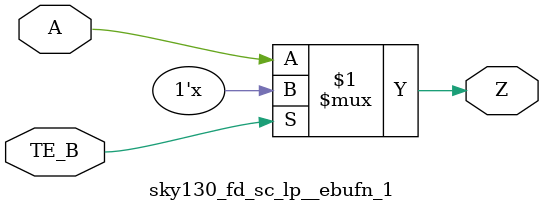
<source format=v>
/*
 * Copyright 2020 The SkyWater PDK Authors
 *
 * Licensed under the Apache License, Version 2.0 (the "License");
 * you may not use this file except in compliance with the License.
 * You may obtain a copy of the License at
 *
 *     https://www.apache.org/licenses/LICENSE-2.0
 *
 * Unless required by applicable law or agreed to in writing, software
 * distributed under the License is distributed on an "AS IS" BASIS,
 * WITHOUT WARRANTIES OR CONDITIONS OF ANY KIND, either express or implied.
 * See the License for the specific language governing permissions and
 * limitations under the License.
 *
 * SPDX-License-Identifier: Apache-2.0
*/


`ifndef SKY130_FD_SC_LP__EBUFN_1_FUNCTIONAL_V
`define SKY130_FD_SC_LP__EBUFN_1_FUNCTIONAL_V

/**
 * ebufn: Tri-state buffer, negative enable.
 *
 * Verilog simulation functional model.
 */

`timescale 1ns / 1ps
`default_nettype none

`celldefine
module sky130_fd_sc_lp__ebufn_1 (
    Z   ,
    A   ,
    TE_B
);

    // Module ports
    output Z   ;
    input  A   ;
    input  TE_B;

    //     Name     Output  Other arguments
    bufif0 bufif00 (Z     , A, TE_B        );

endmodule
`endcelldefine

`default_nettype wire
`endif  // SKY130_FD_SC_LP__EBUFN_1_FUNCTIONAL_V

</source>
